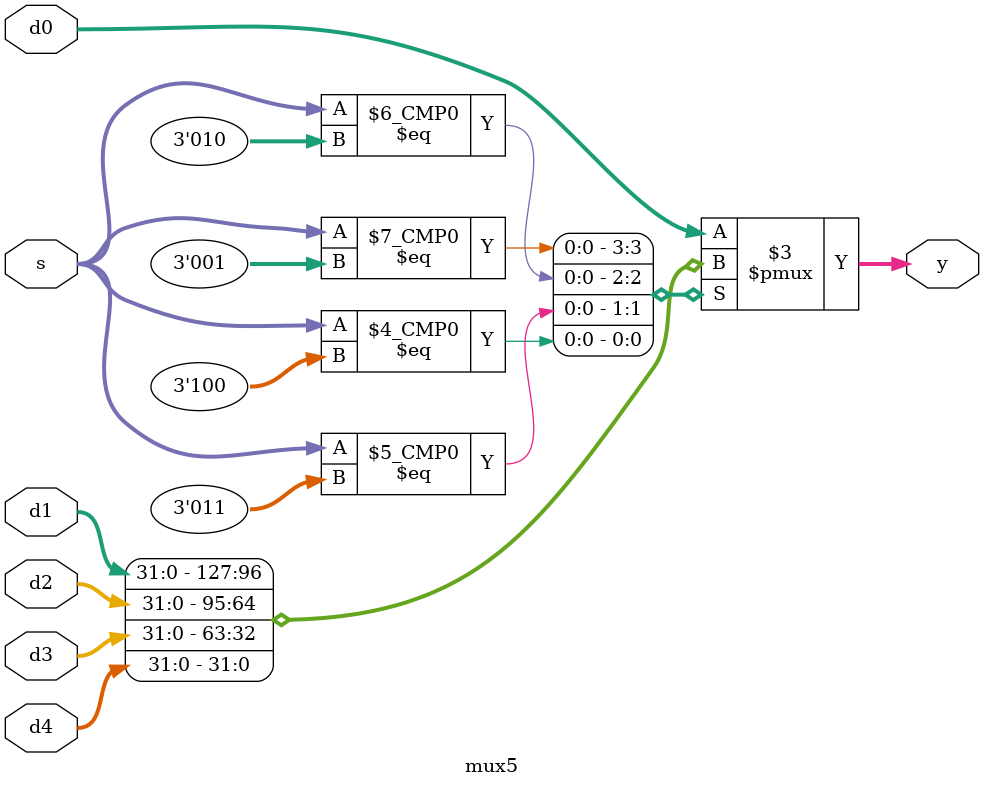
<source format=sv>
module mux5 #(parameter WIDTH=32)
    (
        // Five data lines
        input logic [WIDTH - 1: 0] d0,
        input logic [WIDTH - 1: 0] d1,
        input logic [WIDTH - 1: 0] d2,
        input logic [WIDTH - 1: 0] d3,
        input logic [WIDTH - 1: 0] d4,
        
        // Select channel (3 bits to support 5 options)
        input logic [2:0] s,

        // Output selected data
        output logic [WIDTH - 1: 0] y
    );

    always_comb begin
        case(s)
            3'b000: y = d0;
            3'b001: y = d1;
            3'b010: y = d2;
            3'b011: y = d3;
            3'b100: y = d4;
            default: y = d0;
        endcase
    end
endmodule

</source>
